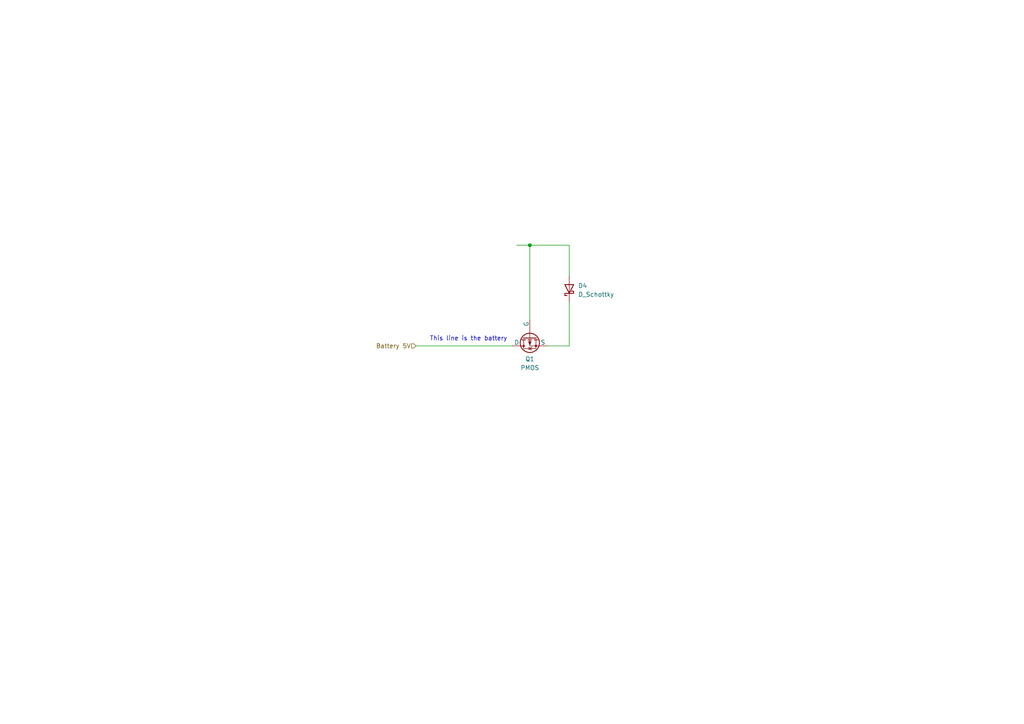
<source format=kicad_sch>
(kicad_sch (version 20250114) (generator "eeschema") (generator_version "9.0")
  (paper "A4")
  (lib_symbols
    (symbol "Device:D_Schottky" (pin_numbers (hide yes)) (pin_names (offset 1.016) (hide yes))
      (property "Reference" "D" (at 0 2.54 0))
      (property "Value" "D_Schottky" (at 0 -2.54 0))
      (symbol "D_Schottky_0_1"
        (polyline (pts (xy -1.905 0.635) (xy -1.905 1.27) (xy -1.27 1.27) (xy -1.27 -1.27) (xy -0.635 -1.27) (xy -0.635 -0.635)) (stroke (width 0.254)))
        (polyline (pts (xy 1.27 1.27) (xy 1.27 -1.27) (xy -1.27 0) (xy 1.27 1.27)) (stroke (width 0.254)))
        (polyline (pts (xy 1.27 0) (xy -1.27 0)))
      )
      (symbol "D_Schottky_1_1"
        (pin passive line (at -3.81 0 0) (length 2.54) (name "K") (number "1"))
        (pin passive line (at 3.81 0 180) (length 2.54) (name "A") (number "2"))
      )
    )
    (symbol "Simulation_SPICE:PMOS" (pin_numbers (hide yes)) (pin_names (offset 0))
      (property "Reference" "Q" (at 5.08 1.27 0))
      (property "Value" "PMOS" (at 5.08 -1.27 0))
      (symbol "PMOS_0_1"
        (polyline (pts (xy 0.254 1.905) (xy 0.254 -1.905)) (stroke (width 0.254)))
        (polyline (pts (xy 0.254 0) (xy -2.54 0)))
        (polyline (pts (xy 0.762 2.286) (xy 0.762 1.27)) (stroke (width 0.254)))
        (polyline (pts (xy 0.762 1.778) (xy 3.302 1.778) (xy 3.302 -1.778) (xy 0.762 -1.778)))
        (polyline (pts (xy 0.762 0.508) (xy 0.762 -0.508)) (stroke (width 0.254)))
        (polyline (pts (xy 0.762 -1.27) (xy 0.762 -2.286)) (stroke (width 0.254)))
        (circle (center 1.651 0) (radius 2.794) (stroke (width 0.254)))
        (polyline (pts (xy 2.286 0) (xy 1.27 0.381) (xy 1.27 -0.381) (xy 2.286 0)) (fill (type outline)))
        (polyline (pts (xy 2.54 2.54) (xy 2.54 1.778)))
        (circle (center 2.54 1.778) (radius 0.254) (fill (type outline)))
        (circle (center 2.54 -1.778) (radius 0.254) (fill (type outline)))
        (polyline (pts (xy 2.54 -2.54) (xy 2.54 0) (xy 0.762 0)))
        (polyline (pts (xy 2.794 -0.508) (xy 2.921 -0.381) (xy 3.683 -0.381) (xy 3.81 -0.254)))
        (polyline (pts (xy 3.302 -0.381) (xy 2.921 0.254) (xy 3.683 0.254) (xy 3.302 -0.381)))
      )
      (symbol "PMOS_1_1"
        (pin input line (at -5.08 0 0) (length 2.54) (name "G") (number "2"))
        (pin passive line (at 2.54 5.08 270) (length 2.54) (name "D") (number "1"))
        (pin passive line (at 2.54 -5.08 90) (length 2.54) (name "S") (number "3"))
      )
    )
  )
  (text "This line is the battery\n" (at 135.89 98.298 0) (effects (font (size 1.27 1.27))))
  (junction (at 153.67 71.12))
  (wire (pts (xy 153.67 71.12) (xy 165.1 71.12)))
  (wire (pts (xy 165.1 87.63) (xy 165.1 100.33)))
  (wire (pts (xy 153.67 71.12) (xy 153.67 92.71)))
  (wire (pts (xy 120.65 100.33) (xy 148.59 100.33)))
  (wire (pts (xy 165.1 100.33) (xy 158.75 100.33)))
  (wire (pts (xy 165.1 71.12) (xy 165.1 80.01)))
  (wire (pts (xy 149.86 71.12) (xy 153.67 71.12)))
  (hierarchical_label "Battery 5V" (shape input) (at 120.65 100.33 180))
  (symbol (lib_id "Device:D_Schottky") (at 165.1 83.82 90) (unit 1)
    (property "Reference" "D4" (at 167.64 82.8674 90) (effects (justify right)))
    (property "Value" "D_Schottky" (at 167.64 85.4074 90) (effects (justify right)))
    (property "Description" "Schottky diode" (effects (hide yes)))
  )
  (symbol (lib_id "Simulation_SPICE:PMOS") (at 153.67 97.79 90) (mirror x) (unit 1)
    (property "Reference" "Q1" (at 153.67 104.14 90))
    (property "Value" "PMOS" (at 153.67 106.68 90))
    (property "Datasheet" "https://ngspice.sourceforge.io/docs/ngspice-html-manual/manual.xhtml#cha_MOSFETs" (effects (hide yes)))
    (property "Description" "P-MOSFET transistor, drain/source/gate" (effects (hide yes)))
    (property "Sim.Device" "PMOS" (effects (hide yes)))
    (property "Sim.Type" "VDMOS" (effects (hide yes)))
    (property "Sim.Pins" "1=D 2=G 3=S" (effects (hide yes)))
  )
)
</source>
